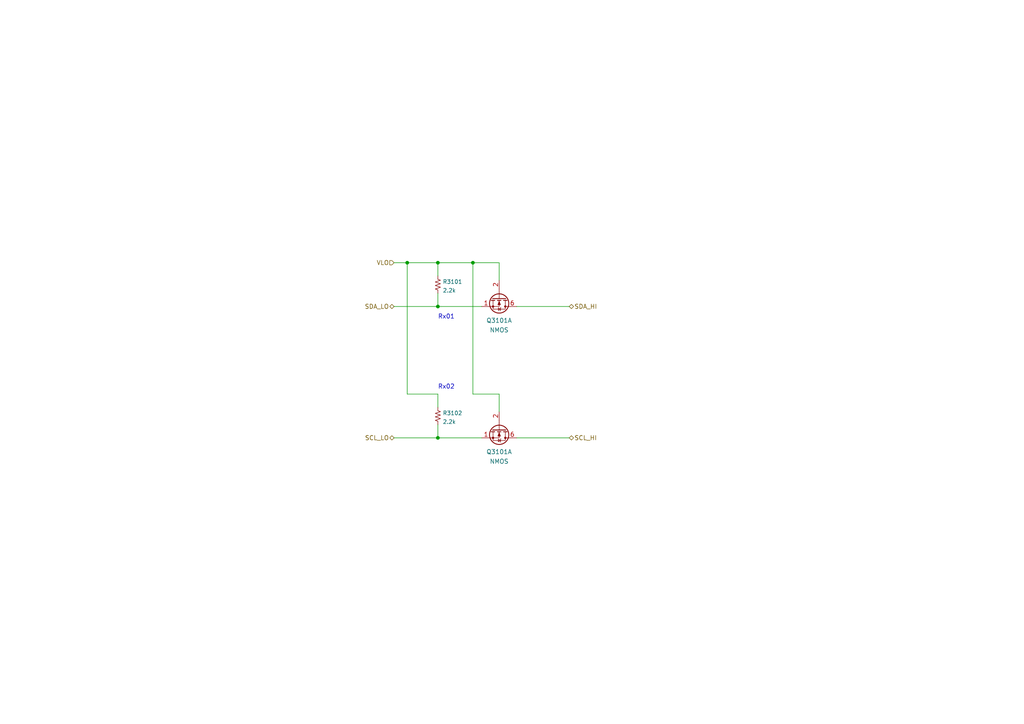
<source format=kicad_sch>
(kicad_sch (version 20211123) (generator eeschema)
  (paper "A4")
  (lib_symbols
    (symbol "Device:Q_Dual_NMOS_S1G1D2S2G2D1" (pin_names (offset 0) hide)
      (property "Reference" "Q" (at 6.35 1.27 0))
      (property "Value" "Q_Dual_NMOS_S1G1D2S2G2D1" (at 19.05 -1.27 0))
      (symbol "Q_Dual_NMOS_S1G1D2S2G2D1_0_1"
        (polyline (pts (xy 0.254 0) (xy -2.54 0)))
        (polyline (pts (xy 0.254 1.905) (xy 0.254 -1.905)) (stroke (width 0.254)))
        (polyline (pts (xy 0.762 -1.27) (xy 0.762 -2.286)) (stroke (width 0.254)))
        (polyline (pts (xy 0.762 0.508) (xy 0.762 -0.508)) (stroke (width 0.254)))
        (polyline (pts (xy 0.762 2.286) (xy 0.762 1.27)) (stroke (width 0.254)))
        (polyline (pts (xy 2.54 2.54) (xy 2.54 1.778)))
        (polyline (pts (xy 2.54 -2.54) (xy 2.54 0) (xy 0.762 0)))
        (polyline (pts (xy 0.762 -1.778) (xy 3.302 -1.778) (xy 3.302 1.778) (xy 0.762 1.778)))
        (polyline (pts (xy 1.016 0) (xy 2.032 0.381) (xy 2.032 -0.381) (xy 1.016 0)) (fill (type outline)))
        (polyline (pts (xy 2.794 0.508) (xy 2.921 0.381) (xy 3.683 0.381) (xy 3.81 0.254)))
        (polyline (pts (xy 3.302 0.381) (xy 2.921 -0.254) (xy 3.683 -0.254) (xy 3.302 0.381)))
        (circle (center 1.651 0) (radius 2.794) (stroke (width 0.254)))
        (circle (center 2.54 -1.778) (radius 0.254) (fill (type outline)))
        (circle (center 2.54 1.778) (radius 0.254) (fill (type outline)))
      )
      (symbol "Q_Dual_NMOS_S1G1D2S2G2D1_1_1"
        (pin passive line (at 2.54 -5.08 90) (length 2.54) (name "S") (number "1"))
        (pin input line (at -5.08 0 0) (length 2.54) (name "G") (number "2"))
        (pin passive line (at 2.54 5.08 270) (length 2.54) (name "D") (number "6"))
      )
      (symbol "Q_Dual_NMOS_S1G1D2S2G2D1_2_1"
        (pin passive line (at 2.54 5.08 270) (length 2.54) (name "D") (number "3"))
        (pin passive line (at 2.54 -5.08 90) (length 2.54) (name "S") (number "4"))
        (pin input line (at -5.08 0 0) (length 2.54) (name "G") (number "5"))
      )
    )
    (symbol "KwanSystems:RESISTOR" (pin_numbers hide) (pin_names (offset 1.016) hide)
      (property "Reference" "R" (at -1.27 1.27 0))
      (property "Value" "RESISTOR" (at -1.27 -2.54 0))
      (symbol "RESISTOR_0_1"
        (polyline (pts (xy 0 0) (xy -0.254 0.762) (xy -0.762 -0.762) (xy -1.27 0.762) (xy -1.524 0)))
        (polyline (pts (xy 0 0) (xy 0.254 -0.762) (xy 0.762 0.762) (xy 1.27 -0.762) (xy 1.524 0)))
      )
      (symbol "RESISTOR_1_1"
        (pin passive line (at -2.54 0 0) (length 0.9906) (name "1") (number "1"))
        (pin passive line (at 2.54 0 180) (length 0.9906) (name "2") (number "2"))
      )
    )
  )
  (junction (at 137.16 76.2))
  (junction (at 127 88.9))
  (junction (at 127 76.2))
  (junction (at 118.11 76.2))
  (junction (at 127 127))
  (wire (pts (xy 127 114.3) (xy 127 118.11)))
  (wire (pts (xy 118.11 76.2) (xy 127 76.2)))
  (wire (pts (xy 137.16 114.3) (xy 144.78 114.3)))
  (wire (pts (xy 118.11 76.2) (xy 118.11 114.3)))
  (wire (pts (xy 127 76.2) (xy 137.16 76.2)))
  (wire (pts (xy 137.16 76.2) (xy 144.78 76.2)))
  (wire (pts (xy 114.3 88.9) (xy 127 88.9)))
  (wire (pts (xy 127 123.19) (xy 127 127)))
  (wire (pts (xy 144.78 76.2) (xy 144.78 81.28)))
  (wire (pts (xy 114.3 127) (xy 127 127)))
  (wire (pts (xy 127 127) (xy 139.7 127)))
  (wire (pts (xy 127 85.09) (xy 127 88.9)))
  (wire (pts (xy 118.11 114.3) (xy 127 114.3)))
  (wire (pts (xy 127 76.2) (xy 127 80.01)))
  (wire (pts (xy 144.78 114.3) (xy 144.78 119.38)))
  (wire (pts (xy 149.86 127) (xy 165.1 127)))
  (wire (pts (xy 149.86 88.9) (xy 165.1 88.9)))
  (wire (pts (xy 137.16 76.2) (xy 137.16 114.3)))
  (wire (pts (xy 127 88.9) (xy 139.7 88.9)))
  (wire (pts (xy 114.3 76.2) (xy 118.11 76.2)))
  (text "Rx01" (at 127 92.71 0) (effects (font (size 1.27 1.27)) (justify left bottom)))
  (text "Rx02" (at 127 113.03 0) (effects (font (size 1.27 1.27)) (justify left bottom)))
  (hierarchical_label "SDA_LO" (shape bidirectional) (at 114.3 88.9 180))
  (hierarchical_label "SCL_HI" (shape bidirectional) (at 165.1 127 0))
  (hierarchical_label "VLO" (shape input) (at 114.3 76.2 180))
  (hierarchical_label "SCL_LO" (shape bidirectional) (at 114.3 127 180))
  (hierarchical_label "SDA_HI" (shape bidirectional) (at 165.1 88.9 0))
  (symbol (lib_id "Device:Q_Dual_NMOS_S1G1D2S2G2D1") (at 144.78 124.46 270)
    (property "Reference" "Q3101" (at 144.78 131.0545 90))
    (property "Value" "NMOS" (at 144.78 133.8296 90))
    (property "Footprint" "Package_TO_SOT_SMD:SOT-363_SC-70-6" (effects hide))
    (property "Digikey" "SQ1922AEEH-T1_GE3CT-ND" (effects hide))
    (property "Purpose" "I2C level shift" (effects hide))
  )
  (symbol (lib_id "KwanSystems:RESISTOR") (at 127 82.55 90)
    (property "Reference" "R3101" (at 128.397 81.7197 90) (effects (font (size 1.143 1.143)) (justify right)))
    (property "Value" "2.2k" (at 128.397 84.2425 90) (effects (font (size 1.143 1.143)) (justify right)))
    (property "Footprint" "Resistor_SMD:R_0402_1005Metric" (effects hide))
  )
  (symbol (lib_id "KwanSystems:RESISTOR") (at 127 120.65 90)
    (property "Reference" "R3102" (at 128.397 119.8197 90) (effects (font (size 1.143 1.143)) (justify right)))
    (property "Value" "2.2k" (at 128.397 122.3425 90) (effects (font (size 1.143 1.143)) (justify right)))
    (property "Footprint" "Resistor_SMD:R_0402_1005Metric" (effects hide))
  )
  (symbol (lib_id "Device:Q_Dual_NMOS_S1G1D2S2G2D1") (at 144.78 86.36 270)
    (property "Reference" "Q3101" (at 144.78 92.9545 90))
    (property "Value" "NMOS" (at 144.78 95.7296 90))
    (property "Footprint" "Package_TO_SOT_SMD:SOT-363_SC-70-6" (effects hide))
    (property "Digikey" "SQ1922AEEH-T1_GE3CT-ND" (effects hide))
    (property "Purpose" "I2C level shift" (effects hide))
  )
)
</source>
